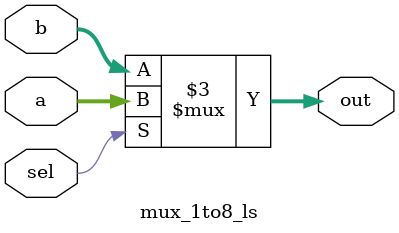
<source format=v>
module mux_1to8_ls (a,
                    b,
                    sel,
                    out
            
    );

//Parameter
parameter A=8, D=8;    // A : Adress width    D : Data width 



//wire&reg
input wire [A-1:0] a;
input wire [A-1:0] b;
input wire sel;
output reg [A-1:0] out;



//logic
always @ (sel)
   begin
      if(sel)
         out<=a;
      else             
         out<=b;
   end        
  
endmodule

</source>
